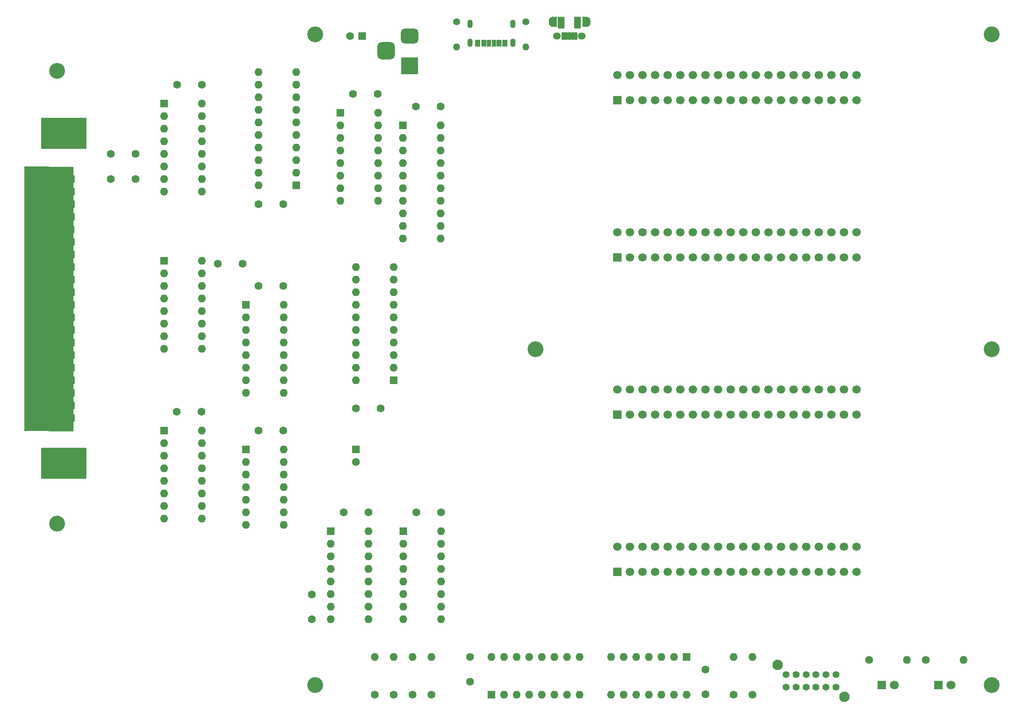
<source format=gbr>
%TF.GenerationSoftware,KiCad,Pcbnew,8.0.2*%
%TF.CreationDate,2024-06-10T22:31:20-05:00*%
%TF.ProjectId,Tandy Color Computer Multi-Pak,54616e64-7920-4436-9f6c-6f7220436f6d,rev?*%
%TF.SameCoordinates,Original*%
%TF.FileFunction,Soldermask,Top*%
%TF.FilePolarity,Negative*%
%FSLAX46Y46*%
G04 Gerber Fmt 4.6, Leading zero omitted, Abs format (unit mm)*
G04 Created by KiCad (PCBNEW 8.0.2) date 2024-06-10 22:31:20*
%MOMM*%
%LPD*%
G01*
G04 APERTURE LIST*
G04 Aperture macros list*
%AMRoundRect*
0 Rectangle with rounded corners*
0 $1 Rounding radius*
0 $2 $3 $4 $5 $6 $7 $8 $9 X,Y pos of 4 corners*
0 Add a 4 corners polygon primitive as box body*
4,1,4,$2,$3,$4,$5,$6,$7,$8,$9,$2,$3,0*
0 Add four circle primitives for the rounded corners*
1,1,$1+$1,$2,$3*
1,1,$1+$1,$4,$5*
1,1,$1+$1,$6,$7*
1,1,$1+$1,$8,$9*
0 Add four rect primitives between the rounded corners*
20,1,$1+$1,$2,$3,$4,$5,0*
20,1,$1+$1,$4,$5,$6,$7,0*
20,1,$1+$1,$6,$7,$8,$9,0*
20,1,$1+$1,$8,$9,$2,$3,0*%
G04 Aperture macros list end*
%ADD10C,0.010000*%
%ADD11C,2.100000*%
%ADD12C,1.400000*%
%ADD13R,1.800000X1.800000*%
%ADD14C,1.800000*%
%ADD15R,3.500000X3.500000*%
%ADD16RoundRect,0.750000X-1.000000X0.750000X-1.000000X-0.750000X1.000000X-0.750000X1.000000X0.750000X0*%
%ADD17RoundRect,0.875000X-0.875000X0.875000X-0.875000X-0.875000X0.875000X-0.875000X0.875000X0.875000X0*%
%ADD18RoundRect,0.102000X-4.762500X0.635000X-4.762500X-0.635000X4.762500X-0.635000X4.762500X0.635000X0*%
%ADD19RoundRect,0.102000X-4.286250X0.635000X-4.286250X-0.635000X4.286250X-0.635000X4.286250X0.635000X0*%
%ADD20RoundRect,0.102000X-4.500000X3.000000X-4.500000X-3.000000X4.500000X-3.000000X4.500000X3.000000X0*%
%ADD21RoundRect,0.102000X0.350000X0.600000X-0.350000X0.600000X-0.350000X-0.600000X0.350000X-0.600000X0*%
%ADD22RoundRect,0.102000X0.380000X0.600000X-0.380000X0.600000X-0.380000X-0.600000X0.380000X-0.600000X0*%
%ADD23RoundRect,0.102000X0.400000X0.600000X-0.400000X0.600000X-0.400000X-0.600000X0.400000X-0.600000X0*%
%ADD24O,1.100000X1.700000*%
%ADD25C,3.200000*%
%ADD26C,1.600000*%
%ADD27O,1.600000X1.600000*%
%ADD28O,1.400000X1.400000*%
%ADD29R,1.700000X1.700000*%
%ADD30C,1.700000*%
%ADD31RoundRect,0.102000X0.200000X0.675000X-0.200000X0.675000X-0.200000X-0.675000X0.200000X-0.675000X0*%
%ADD32O,1.604000X1.354000*%
%ADD33RoundRect,0.102000X0.550000X1.050000X-0.550000X1.050000X-0.550000X-1.050000X0.550000X-1.050000X0*%
%ADD34R,1.600000X1.600000*%
G04 APERTURE END LIST*
D10*
%TO.C,P1*%
X73075800Y-55346600D02*
X73075800Y-108686600D01*
X63271400Y-108585000D01*
X63271400Y-55245000D01*
X73075800Y-55346600D01*
G36*
X73075800Y-55346600D02*
G01*
X73075800Y-108686600D01*
X63271400Y-108585000D01*
X63271400Y-55245000D01*
X73075800Y-55346600D01*
G37*
%TO.C,J2*%
X170628000Y-26985000D02*
X169783000Y-26985000D01*
X169747000Y-26984000D01*
X169712000Y-26981000D01*
X169677000Y-26977000D01*
X169642000Y-26970000D01*
X169607000Y-26962000D01*
X169573000Y-26952000D01*
X169539000Y-26940000D01*
X169506000Y-26926000D01*
X169474000Y-26911000D01*
X169443000Y-26894000D01*
X169413000Y-26875000D01*
X169383000Y-26855000D01*
X169355000Y-26833000D01*
X169328000Y-26810000D01*
X169302000Y-26786000D01*
X169278000Y-26760000D01*
X169255000Y-26733000D01*
X169233000Y-26705000D01*
X169213000Y-26675000D01*
X169194000Y-26645000D01*
X169177000Y-26614000D01*
X169162000Y-26582000D01*
X169148000Y-26549000D01*
X169136000Y-26515000D01*
X169126000Y-26481000D01*
X169118000Y-26446000D01*
X169111000Y-26411000D01*
X169107000Y-26376000D01*
X169104000Y-26341000D01*
X169103000Y-26305000D01*
X169103000Y-25765000D01*
X169104000Y-25729000D01*
X169107000Y-25694000D01*
X169111000Y-25659000D01*
X169118000Y-25624000D01*
X169126000Y-25589000D01*
X169136000Y-25555000D01*
X169148000Y-25521000D01*
X169162000Y-25488000D01*
X169177000Y-25456000D01*
X169194000Y-25425000D01*
X169213000Y-25395000D01*
X169233000Y-25365000D01*
X169255000Y-25337000D01*
X169278000Y-25310000D01*
X169302000Y-25284000D01*
X169328000Y-25260000D01*
X169355000Y-25237000D01*
X169383000Y-25215000D01*
X169413000Y-25195000D01*
X169443000Y-25176000D01*
X169474000Y-25159000D01*
X169506000Y-25144000D01*
X169539000Y-25130000D01*
X169573000Y-25118000D01*
X169607000Y-25108000D01*
X169642000Y-25100000D01*
X169677000Y-25093000D01*
X169712000Y-25089000D01*
X169747000Y-25086000D01*
X169783000Y-25085000D01*
X170628000Y-25085000D01*
X170628000Y-26985000D01*
G36*
X170628000Y-26985000D02*
G01*
X169783000Y-26985000D01*
X169747000Y-26984000D01*
X169712000Y-26981000D01*
X169677000Y-26977000D01*
X169642000Y-26970000D01*
X169607000Y-26962000D01*
X169573000Y-26952000D01*
X169539000Y-26940000D01*
X169506000Y-26926000D01*
X169474000Y-26911000D01*
X169443000Y-26894000D01*
X169413000Y-26875000D01*
X169383000Y-26855000D01*
X169355000Y-26833000D01*
X169328000Y-26810000D01*
X169302000Y-26786000D01*
X169278000Y-26760000D01*
X169255000Y-26733000D01*
X169233000Y-26705000D01*
X169213000Y-26675000D01*
X169194000Y-26645000D01*
X169177000Y-26614000D01*
X169162000Y-26582000D01*
X169148000Y-26549000D01*
X169136000Y-26515000D01*
X169126000Y-26481000D01*
X169118000Y-26446000D01*
X169111000Y-26411000D01*
X169107000Y-26376000D01*
X169104000Y-26341000D01*
X169103000Y-26305000D01*
X169103000Y-25765000D01*
X169104000Y-25729000D01*
X169107000Y-25694000D01*
X169111000Y-25659000D01*
X169118000Y-25624000D01*
X169126000Y-25589000D01*
X169136000Y-25555000D01*
X169148000Y-25521000D01*
X169162000Y-25488000D01*
X169177000Y-25456000D01*
X169194000Y-25425000D01*
X169213000Y-25395000D01*
X169233000Y-25365000D01*
X169255000Y-25337000D01*
X169278000Y-25310000D01*
X169302000Y-25284000D01*
X169328000Y-25260000D01*
X169355000Y-25237000D01*
X169383000Y-25215000D01*
X169413000Y-25195000D01*
X169443000Y-25176000D01*
X169474000Y-25159000D01*
X169506000Y-25144000D01*
X169539000Y-25130000D01*
X169573000Y-25118000D01*
X169607000Y-25108000D01*
X169642000Y-25100000D01*
X169677000Y-25093000D01*
X169712000Y-25089000D01*
X169747000Y-25086000D01*
X169783000Y-25085000D01*
X170628000Y-25085000D01*
X170628000Y-26985000D01*
G37*
X176709000Y-25086000D02*
X176744000Y-25089000D01*
X176779000Y-25093000D01*
X176814000Y-25100000D01*
X176849000Y-25108000D01*
X176883000Y-25118000D01*
X176917000Y-25130000D01*
X176950000Y-25144000D01*
X176982000Y-25159000D01*
X177013000Y-25176000D01*
X177043000Y-25195000D01*
X177073000Y-25215000D01*
X177101000Y-25237000D01*
X177128000Y-25260000D01*
X177154000Y-25284000D01*
X177178000Y-25310000D01*
X177201000Y-25337000D01*
X177223000Y-25365000D01*
X177243000Y-25395000D01*
X177262000Y-25425000D01*
X177279000Y-25456000D01*
X177294000Y-25488000D01*
X177308000Y-25521000D01*
X177320000Y-25555000D01*
X177330000Y-25589000D01*
X177338000Y-25624000D01*
X177345000Y-25659000D01*
X177349000Y-25694000D01*
X177352000Y-25729000D01*
X177353000Y-25765000D01*
X177353000Y-26305000D01*
X177352000Y-26341000D01*
X177349000Y-26376000D01*
X177345000Y-26411000D01*
X177338000Y-26446000D01*
X177330000Y-26481000D01*
X177320000Y-26515000D01*
X177308000Y-26549000D01*
X177294000Y-26582000D01*
X177279000Y-26614000D01*
X177262000Y-26645000D01*
X177243000Y-26675000D01*
X177223000Y-26705000D01*
X177201000Y-26733000D01*
X177178000Y-26760000D01*
X177154000Y-26786000D01*
X177128000Y-26810000D01*
X177101000Y-26833000D01*
X177073000Y-26855000D01*
X177043000Y-26875000D01*
X177013000Y-26894000D01*
X176982000Y-26911000D01*
X176950000Y-26926000D01*
X176917000Y-26940000D01*
X176883000Y-26952000D01*
X176849000Y-26962000D01*
X176814000Y-26970000D01*
X176779000Y-26977000D01*
X176744000Y-26981000D01*
X176709000Y-26984000D01*
X176673000Y-26985000D01*
X175828000Y-26985000D01*
X175828000Y-25085000D01*
X176673000Y-25085000D01*
X176709000Y-25086000D01*
G36*
X176709000Y-25086000D02*
G01*
X176744000Y-25089000D01*
X176779000Y-25093000D01*
X176814000Y-25100000D01*
X176849000Y-25108000D01*
X176883000Y-25118000D01*
X176917000Y-25130000D01*
X176950000Y-25144000D01*
X176982000Y-25159000D01*
X177013000Y-25176000D01*
X177043000Y-25195000D01*
X177073000Y-25215000D01*
X177101000Y-25237000D01*
X177128000Y-25260000D01*
X177154000Y-25284000D01*
X177178000Y-25310000D01*
X177201000Y-25337000D01*
X177223000Y-25365000D01*
X177243000Y-25395000D01*
X177262000Y-25425000D01*
X177279000Y-25456000D01*
X177294000Y-25488000D01*
X177308000Y-25521000D01*
X177320000Y-25555000D01*
X177330000Y-25589000D01*
X177338000Y-25624000D01*
X177345000Y-25659000D01*
X177349000Y-25694000D01*
X177352000Y-25729000D01*
X177353000Y-25765000D01*
X177353000Y-26305000D01*
X177352000Y-26341000D01*
X177349000Y-26376000D01*
X177345000Y-26411000D01*
X177338000Y-26446000D01*
X177330000Y-26481000D01*
X177320000Y-26515000D01*
X177308000Y-26549000D01*
X177294000Y-26582000D01*
X177279000Y-26614000D01*
X177262000Y-26645000D01*
X177243000Y-26675000D01*
X177223000Y-26705000D01*
X177201000Y-26733000D01*
X177178000Y-26760000D01*
X177154000Y-26786000D01*
X177128000Y-26810000D01*
X177101000Y-26833000D01*
X177073000Y-26855000D01*
X177043000Y-26875000D01*
X177013000Y-26894000D01*
X176982000Y-26911000D01*
X176950000Y-26926000D01*
X176917000Y-26940000D01*
X176883000Y-26952000D01*
X176849000Y-26962000D01*
X176814000Y-26970000D01*
X176779000Y-26977000D01*
X176744000Y-26981000D01*
X176709000Y-26984000D01*
X176673000Y-26985000D01*
X175828000Y-26985000D01*
X175828000Y-25085000D01*
X176673000Y-25085000D01*
X176709000Y-25086000D01*
G37*
%TD*%
D11*
%TO.C,SW1*%
X215265000Y-155956000D03*
X228665000Y-162356000D03*
D12*
X216965000Y-160406000D03*
X216965000Y-157886000D03*
X218965000Y-160426000D03*
X218965000Y-157886000D03*
X224965000Y-160426000D03*
X224965000Y-157886000D03*
X226965000Y-160426000D03*
X226965000Y-157886000D03*
X220965000Y-160426000D03*
X222965000Y-160426000D03*
X220965000Y-157886000D03*
X222965000Y-157886000D03*
%TD*%
D13*
%TO.C,D2*%
X247650000Y-160020000D03*
D14*
X250190000Y-160020000D03*
%TD*%
D13*
%TO.C,D1*%
X236220000Y-160020000D03*
D14*
X238760000Y-160020000D03*
%TD*%
D15*
%TO.C,J1*%
X140970000Y-34925000D03*
D16*
X140970000Y-28925000D03*
D17*
X136270000Y-31925000D03*
%TD*%
D18*
%TO.C,P1*%
X68580000Y-57785000D03*
X68580000Y-60325000D03*
X68580000Y-62865000D03*
X68580000Y-65405000D03*
D19*
X68929250Y-67945000D03*
D18*
X68580000Y-70485000D03*
X68580000Y-73025000D03*
X68580000Y-75565000D03*
X68580000Y-78105000D03*
X68580000Y-80645000D03*
X68580000Y-83185000D03*
X68580000Y-85725000D03*
X68580000Y-88265000D03*
X68580000Y-90805000D03*
X68580000Y-93345000D03*
X68580000Y-95885000D03*
X68580000Y-98425000D03*
X68580000Y-100965000D03*
X68580000Y-103505000D03*
X68580000Y-106045000D03*
D20*
X71174400Y-48615000D03*
X71174400Y-115215000D03*
%TD*%
D21*
%TO.C,J4*%
X157980000Y-30385000D03*
D22*
X155960000Y-30385000D03*
D23*
X154730000Y-30385000D03*
D21*
X156980000Y-30385000D03*
D22*
X159000000Y-30385000D03*
D23*
X160230000Y-30385000D03*
D24*
X161800000Y-30305000D03*
X153160000Y-30305000D03*
X161800000Y-26505000D03*
X153160000Y-26505000D03*
%TD*%
D25*
%TO.C,H5*%
X258445000Y-160020000D03*
%TD*%
D26*
%TO.C,C6*%
X99020000Y-104775000D03*
X94020000Y-104775000D03*
%TD*%
%TO.C,C7*%
X110530000Y-62865000D03*
X115530000Y-62865000D03*
%TD*%
%TO.C,C3*%
X121285000Y-146732000D03*
X121285000Y-141732000D03*
%TD*%
D25*
%TO.C,H1*%
X69850000Y-35941000D03*
%TD*%
D26*
%TO.C,R6*%
X206375000Y-161925000D03*
D27*
X206375000Y-154305000D03*
%TD*%
D12*
%TO.C,R9*%
X150495000Y-26035000D03*
D28*
X150495000Y-31115000D03*
%TD*%
D25*
%TO.C,H3*%
X121920000Y-160020000D03*
%TD*%
D29*
%TO.C,P4*%
X182880000Y-73660000D03*
D30*
X182880000Y-68580000D03*
X185420000Y-73660000D03*
X185420000Y-68580000D03*
X187960000Y-73660000D03*
X187960000Y-68580000D03*
X190500000Y-73660000D03*
X190500000Y-68580000D03*
X193040000Y-73660000D03*
X193040000Y-68580000D03*
X195580000Y-73660000D03*
X195580000Y-68580000D03*
X198120000Y-73660000D03*
X198120000Y-68580000D03*
X200660000Y-73660000D03*
X200660000Y-68580000D03*
X203200000Y-73660000D03*
X203200000Y-68580000D03*
X205740000Y-73660000D03*
X205740000Y-68580000D03*
X208280000Y-73660000D03*
X208280000Y-68580000D03*
X210820000Y-73660000D03*
X210820000Y-68580000D03*
X213360000Y-73660000D03*
X213360000Y-68580000D03*
X215900000Y-73660000D03*
X215900000Y-68580000D03*
X218440000Y-73660000D03*
X218440000Y-68580000D03*
X220980000Y-73660000D03*
X220980000Y-68580000D03*
X223520000Y-73660000D03*
X223520000Y-68580000D03*
X226060000Y-73660000D03*
X226060000Y-68580000D03*
X228600000Y-73660000D03*
X228600000Y-68580000D03*
X231140000Y-73660000D03*
X231140000Y-68580000D03*
%TD*%
D25*
%TO.C,H8*%
X258445000Y-92202000D03*
%TD*%
D26*
%TO.C,C13*%
X132715000Y-125095000D03*
X127715000Y-125095000D03*
%TD*%
D25*
%TO.C,H6*%
X258445000Y-28575000D03*
%TD*%
D26*
%TO.C,C11*%
X130175000Y-104140000D03*
X135175000Y-104140000D03*
%TD*%
D25*
%TO.C,H7*%
X166370000Y-92227400D03*
%TD*%
D31*
%TO.C,J2*%
X174528000Y-28910000D03*
X173878000Y-28910000D03*
X173228000Y-28910000D03*
X172578000Y-28910000D03*
X171928000Y-28910000D03*
D32*
X175728000Y-28935000D03*
X170728000Y-28935000D03*
D33*
X174878000Y-26235000D03*
X171578000Y-26235000D03*
%TD*%
D34*
%TO.C,U6*%
X91440000Y-74295000D03*
D27*
X91440000Y-76835000D03*
X91440000Y-79375000D03*
X91440000Y-81915000D03*
X91440000Y-84455000D03*
X91440000Y-86995000D03*
X91440000Y-89535000D03*
X91440000Y-92075000D03*
X99060000Y-92075000D03*
X99060000Y-89535000D03*
X99060000Y-86995000D03*
X99060000Y-84455000D03*
X99060000Y-81915000D03*
X99060000Y-79375000D03*
X99060000Y-76835000D03*
X99060000Y-74295000D03*
%TD*%
D26*
%TO.C,R3*%
X141605000Y-161925000D03*
D27*
X141605000Y-154305000D03*
%TD*%
D12*
%TO.C,R10*%
X164465000Y-26035000D03*
D28*
X164465000Y-31115000D03*
%TD*%
D26*
%TO.C,C12*%
X147240000Y-43180000D03*
X142240000Y-43180000D03*
%TD*%
D25*
%TO.C,H4*%
X121920000Y-28575000D03*
%TD*%
D34*
%TO.C,U4*%
X139660000Y-46990000D03*
D27*
X139660000Y-49530000D03*
X139660000Y-52070000D03*
X139660000Y-54610000D03*
X139660000Y-57150000D03*
X139660000Y-59690000D03*
X139660000Y-62230000D03*
X139660000Y-64770000D03*
X139660000Y-67310000D03*
X139660000Y-69850000D03*
X147280000Y-69850000D03*
X147280000Y-67310000D03*
X147280000Y-64770000D03*
X147280000Y-62230000D03*
X147280000Y-59690000D03*
X147280000Y-57150000D03*
X147280000Y-54610000D03*
X147280000Y-52070000D03*
X147280000Y-49530000D03*
X147280000Y-46990000D03*
%TD*%
D34*
%TO.C,U1*%
X91440000Y-42545000D03*
D27*
X91440000Y-45085000D03*
X91440000Y-47625000D03*
X91440000Y-50165000D03*
X91440000Y-52705000D03*
X91440000Y-55245000D03*
X91440000Y-57785000D03*
X91440000Y-60325000D03*
X99060000Y-60325000D03*
X99060000Y-57785000D03*
X99060000Y-55245000D03*
X99060000Y-52705000D03*
X99060000Y-50165000D03*
X99060000Y-47625000D03*
X99060000Y-45085000D03*
X99060000Y-42545000D03*
%TD*%
D25*
%TO.C,H2*%
X69850000Y-127381000D03*
%TD*%
D34*
%TO.C,U11*%
X125095000Y-128905000D03*
D27*
X125095000Y-131445000D03*
X125095000Y-133985000D03*
X125095000Y-136525000D03*
X125095000Y-139065000D03*
X125095000Y-141605000D03*
X125095000Y-144145000D03*
X125095000Y-146685000D03*
X132715000Y-146685000D03*
X132715000Y-144145000D03*
X132715000Y-141605000D03*
X132715000Y-139065000D03*
X132715000Y-136525000D03*
X132715000Y-133985000D03*
X132715000Y-131445000D03*
X132715000Y-128905000D03*
%TD*%
D26*
%TO.C,C14*%
X147320000Y-125095000D03*
X142320000Y-125095000D03*
%TD*%
%TO.C,R7*%
X233680000Y-154940000D03*
D27*
X241300000Y-154940000D03*
%TD*%
D29*
%TO.C,P5*%
X182880000Y-41910000D03*
D30*
X182880000Y-36830000D03*
X185420000Y-41910000D03*
X185420000Y-36830000D03*
X187960000Y-41910000D03*
X187960000Y-36830000D03*
X190500000Y-41910000D03*
X190500000Y-36830000D03*
X193040000Y-41910000D03*
X193040000Y-36830000D03*
X195580000Y-41910000D03*
X195580000Y-36830000D03*
X198120000Y-41910000D03*
X198120000Y-36830000D03*
X200660000Y-41910000D03*
X200660000Y-36830000D03*
X203200000Y-41910000D03*
X203200000Y-36830000D03*
X205740000Y-41910000D03*
X205740000Y-36830000D03*
X208280000Y-41910000D03*
X208280000Y-36830000D03*
X210820000Y-41910000D03*
X210820000Y-36830000D03*
X213360000Y-41910000D03*
X213360000Y-36830000D03*
X215900000Y-41910000D03*
X215900000Y-36830000D03*
X218440000Y-41910000D03*
X218440000Y-36830000D03*
X220980000Y-41910000D03*
X220980000Y-36830000D03*
X223520000Y-41910000D03*
X223520000Y-36830000D03*
X226060000Y-41910000D03*
X226060000Y-36830000D03*
X228600000Y-41910000D03*
X228600000Y-36830000D03*
X231140000Y-41910000D03*
X231140000Y-36830000D03*
%TD*%
D26*
%TO.C,C15*%
X153195000Y-154345000D03*
X153195000Y-159345000D03*
%TD*%
D34*
%TO.C,U7*%
X107950000Y-83185000D03*
D27*
X107950000Y-85725000D03*
X107950000Y-88265000D03*
X107950000Y-90805000D03*
X107950000Y-93345000D03*
X107950000Y-95885000D03*
X107950000Y-98425000D03*
X107950000Y-100965000D03*
X115570000Y-100965000D03*
X115570000Y-98425000D03*
X115570000Y-95885000D03*
X115570000Y-93345000D03*
X115570000Y-90805000D03*
X115570000Y-88265000D03*
X115570000Y-85725000D03*
X115570000Y-83185000D03*
%TD*%
D34*
%TO.C,U9*%
X91440000Y-108585000D03*
D27*
X91440000Y-111125000D03*
X91440000Y-113665000D03*
X91440000Y-116205000D03*
X91440000Y-118745000D03*
X91440000Y-121285000D03*
X91440000Y-123825000D03*
X91440000Y-126365000D03*
X99060000Y-126365000D03*
X99060000Y-123825000D03*
X99060000Y-121285000D03*
X99060000Y-118745000D03*
X99060000Y-116205000D03*
X99060000Y-113665000D03*
X99060000Y-111125000D03*
X99060000Y-108585000D03*
%TD*%
D26*
%TO.C,C5*%
X102275000Y-74930000D03*
X107275000Y-74930000D03*
%TD*%
D34*
%TO.C,U8*%
X137795000Y-98425000D03*
D27*
X137795000Y-95885000D03*
X137795000Y-93345000D03*
X137795000Y-90805000D03*
X137795000Y-88265000D03*
X137795000Y-85725000D03*
X137795000Y-83185000D03*
X137795000Y-80645000D03*
X137795000Y-78105000D03*
X137795000Y-75565000D03*
X130175000Y-75565000D03*
X130175000Y-78105000D03*
X130175000Y-80645000D03*
X130175000Y-83185000D03*
X130175000Y-85725000D03*
X130175000Y-88265000D03*
X130175000Y-90805000D03*
X130175000Y-93345000D03*
X130175000Y-95885000D03*
X130175000Y-98425000D03*
%TD*%
D34*
%TO.C,C19*%
X131445000Y-28956000D03*
D26*
X128945000Y-28956000D03*
%TD*%
D29*
%TO.C,P3*%
X182880000Y-105410000D03*
D30*
X182880000Y-100330000D03*
X185420000Y-105410000D03*
X185420000Y-100330000D03*
X187960000Y-105410000D03*
X187960000Y-100330000D03*
X190500000Y-105410000D03*
X190500000Y-100330000D03*
X193040000Y-105410000D03*
X193040000Y-100330000D03*
X195580000Y-105410000D03*
X195580000Y-100330000D03*
X198120000Y-105410000D03*
X198120000Y-100330000D03*
X200660000Y-105410000D03*
X200660000Y-100330000D03*
X203200000Y-105410000D03*
X203200000Y-100330000D03*
X205740000Y-105410000D03*
X205740000Y-100330000D03*
X208280000Y-105410000D03*
X208280000Y-100330000D03*
X210820000Y-105410000D03*
X210820000Y-100330000D03*
X213360000Y-105410000D03*
X213360000Y-100330000D03*
X215900000Y-105410000D03*
X215900000Y-100330000D03*
X218440000Y-105410000D03*
X218440000Y-100330000D03*
X220980000Y-105410000D03*
X220980000Y-100330000D03*
X223520000Y-105410000D03*
X223520000Y-100330000D03*
X226060000Y-105410000D03*
X226060000Y-100330000D03*
X228600000Y-105410000D03*
X228600000Y-100330000D03*
X231140000Y-105410000D03*
X231140000Y-100330000D03*
%TD*%
D26*
%TO.C,C16*%
X200660000Y-161845000D03*
X200660000Y-156845000D03*
%TD*%
%TO.C,R5*%
X210185000Y-161925000D03*
D27*
X210185000Y-154305000D03*
%TD*%
D34*
%TO.C,U14*%
X196850000Y-154305000D03*
D27*
X194310000Y-154305000D03*
X191770000Y-154305000D03*
X189230000Y-154305000D03*
X186690000Y-154305000D03*
X184150000Y-154305000D03*
X181610000Y-154305000D03*
X181610000Y-161925000D03*
X184150000Y-161925000D03*
X186690000Y-161925000D03*
X189230000Y-161925000D03*
X191770000Y-161925000D03*
X194310000Y-161925000D03*
X196850000Y-161925000D03*
%TD*%
D34*
%TO.C,U12*%
X139700000Y-128905000D03*
D27*
X139700000Y-131445000D03*
X139700000Y-133985000D03*
X139700000Y-136525000D03*
X139700000Y-139065000D03*
X139700000Y-141605000D03*
X139700000Y-144145000D03*
X139700000Y-146685000D03*
X147320000Y-146685000D03*
X147320000Y-144145000D03*
X147320000Y-141605000D03*
X147320000Y-139065000D03*
X147320000Y-136525000D03*
X147320000Y-133985000D03*
X147320000Y-131445000D03*
X147320000Y-128905000D03*
%TD*%
D26*
%TO.C,C9*%
X115530000Y-108585000D03*
X110530000Y-108585000D03*
%TD*%
%TO.C,R1*%
X133985000Y-161925000D03*
D27*
X133985000Y-154305000D03*
%TD*%
D26*
%TO.C,C4*%
X99060000Y-38735000D03*
X94060000Y-38735000D03*
%TD*%
D34*
%TO.C,U13*%
X157470000Y-161915000D03*
D27*
X160010000Y-161915000D03*
X162550000Y-161915000D03*
X165090000Y-161915000D03*
X167630000Y-161915000D03*
X170170000Y-161915000D03*
X172710000Y-161915000D03*
X175250000Y-161915000D03*
X175250000Y-154295000D03*
X172710000Y-154295000D03*
X170170000Y-154295000D03*
X167630000Y-154295000D03*
X165090000Y-154295000D03*
X162550000Y-154295000D03*
X160010000Y-154295000D03*
X157470000Y-154295000D03*
%TD*%
D34*
%TO.C,U2*%
X118110000Y-59055000D03*
D27*
X118110000Y-56515000D03*
X118110000Y-53975000D03*
X118110000Y-51435000D03*
X118110000Y-48895000D03*
X118110000Y-46355000D03*
X118110000Y-43815000D03*
X118110000Y-41275000D03*
X118110000Y-38735000D03*
X118110000Y-36195000D03*
X110490000Y-36195000D03*
X110490000Y-38735000D03*
X110490000Y-41275000D03*
X110490000Y-43815000D03*
X110490000Y-46355000D03*
X110490000Y-48895000D03*
X110490000Y-51435000D03*
X110490000Y-53975000D03*
X110490000Y-56515000D03*
X110490000Y-59055000D03*
%TD*%
D26*
%TO.C,R8*%
X245110000Y-154940000D03*
D27*
X252730000Y-154940000D03*
%TD*%
D26*
%TO.C,C2*%
X85725000Y-52705000D03*
X80725000Y-52705000D03*
%TD*%
D34*
%TO.C,C18*%
X130175000Y-112435000D03*
D26*
X130175000Y-114935000D03*
%TD*%
D34*
%TO.C,U10*%
X107950000Y-112395000D03*
D27*
X107950000Y-114935000D03*
X107950000Y-117475000D03*
X107950000Y-120015000D03*
X107950000Y-122555000D03*
X107950000Y-125095000D03*
X107950000Y-127635000D03*
X115570000Y-127635000D03*
X115570000Y-125095000D03*
X115570000Y-122555000D03*
X115570000Y-120015000D03*
X115570000Y-117475000D03*
X115570000Y-114935000D03*
X115570000Y-112395000D03*
%TD*%
D34*
%TO.C,U3*%
X127000000Y-44450000D03*
D27*
X127000000Y-46990000D03*
X127000000Y-49530000D03*
X127000000Y-52070000D03*
X127000000Y-54610000D03*
X127000000Y-57150000D03*
X127000000Y-59690000D03*
X127000000Y-62230000D03*
X134620000Y-62230000D03*
X134620000Y-59690000D03*
X134620000Y-57150000D03*
X134620000Y-54610000D03*
X134620000Y-52070000D03*
X134620000Y-49530000D03*
X134620000Y-46990000D03*
X134620000Y-44450000D03*
%TD*%
D26*
%TO.C,R2*%
X137795000Y-161925000D03*
D27*
X137795000Y-154305000D03*
%TD*%
D26*
%TO.C,C10*%
X134580000Y-40640000D03*
X129580000Y-40640000D03*
%TD*%
D29*
%TO.C,P2*%
X182880000Y-137160000D03*
D30*
X182880000Y-132080000D03*
X185420000Y-137160000D03*
X185420000Y-132080000D03*
X187960000Y-137160000D03*
X187960000Y-132080000D03*
X190500000Y-137160000D03*
X190500000Y-132080000D03*
X193040000Y-137160000D03*
X193040000Y-132080000D03*
X195580000Y-137160000D03*
X195580000Y-132080000D03*
X198120000Y-137160000D03*
X198120000Y-132080000D03*
X200660000Y-137160000D03*
X200660000Y-132080000D03*
X203200000Y-137160000D03*
X203200000Y-132080000D03*
X205740000Y-137160000D03*
X205740000Y-132080000D03*
X208280000Y-137160000D03*
X208280000Y-132080000D03*
X210820000Y-137160000D03*
X210820000Y-132080000D03*
X213360000Y-137160000D03*
X213360000Y-132080000D03*
X215900000Y-137160000D03*
X215900000Y-132080000D03*
X218440000Y-137160000D03*
X218440000Y-132080000D03*
X220980000Y-137160000D03*
X220980000Y-132080000D03*
X223520000Y-137160000D03*
X223520000Y-132080000D03*
X226060000Y-137160000D03*
X226060000Y-132080000D03*
X228600000Y-137160000D03*
X228600000Y-132080000D03*
X231140000Y-137160000D03*
X231140000Y-132080000D03*
%TD*%
D26*
%TO.C,R4*%
X145415000Y-161925000D03*
D27*
X145415000Y-154305000D03*
%TD*%
D26*
%TO.C,C1*%
X85725000Y-57785000D03*
X80725000Y-57785000D03*
%TD*%
%TO.C,C8*%
X115490000Y-79375000D03*
X110490000Y-79375000D03*
%TD*%
M02*

</source>
